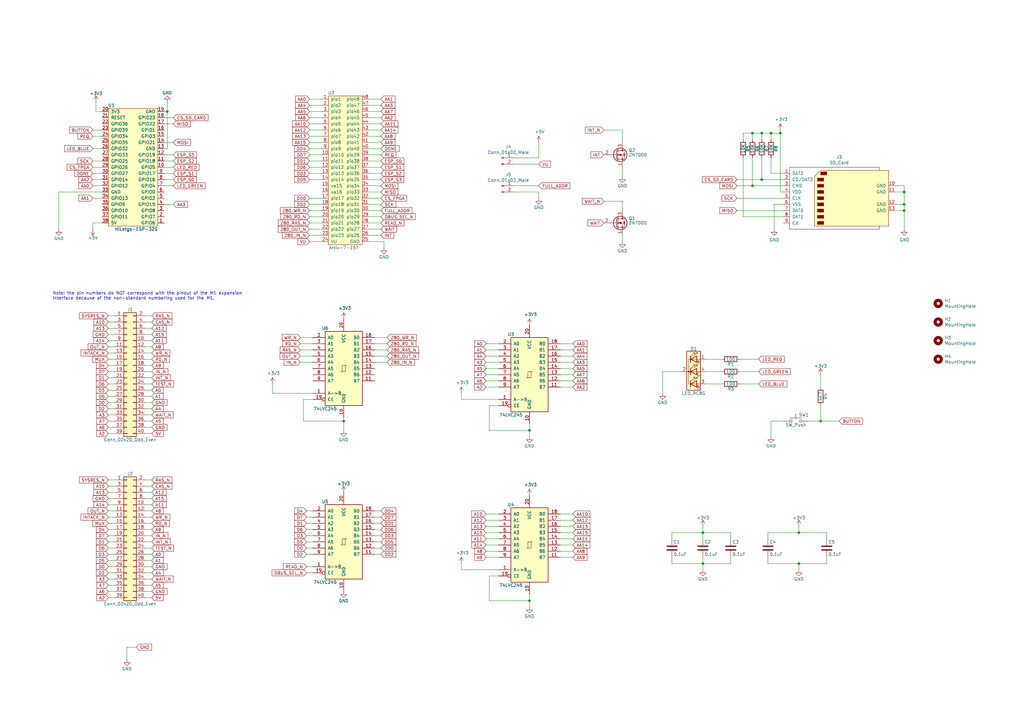
<source format=kicad_sch>
(kicad_sch (version 20211123) (generator eeschema)
  (paper "A3")
  (title_block (title "TRS-IO-XRAY M1") (date "2021-11-09") (rev "V1.2-XRAY") (comment 3 "Title: TRS-IO-XRAY for the TRS-80 Model 1") (comment 4 "Author: Arno Puder"))
  (junction (at 320.04 54.61))
  (junction (at 370.84 86.36))
  (junction (at 140.97 172.72))
  (junction (at 308.61 54.61))
  (junction (at 288.29 231.14))
  (junction (at 316.23 54.61))
  (junction (at 217.17 246.38))
  (junction (at 327.66 231.14))
  (junction (at 327.66 218.44))
  (junction (at 370.84 83.82))
  (junction (at 68.58 45.72))
  (junction (at 312.42 54.61))
  (junction (at 217.17 176.53))
  (junction (at 336.55 172.72))
  (junction (at 308.61 76.2))
  (junction (at 312.42 73.66))
  (junction (at 370.84 78.74))
  (junction (at 288.29 218.44))
  (wire (pts (xy 62.23 139.7) (xy 59.69 139.7)))
  (wire (pts (xy 41.91 91.44) (xy 38.1 91.44)))
  (wire (pts (xy 68.58 45.72) (xy 68.58 60.96)))
  (wire (pts (xy 41.91 45.72) (xy 39.37 45.72)))
  (wire (pts (xy 336.55 153.67) (xy 336.55 158.75)))
  (wire (pts (xy 127 83.82) (xy 132.08 83.82)))
  (wire (pts (xy 367.03 86.36) (xy 370.84 86.36)))
  (wire (pts (xy 68.58 60.96) (xy 67.31 60.96)))
  (wire (pts (xy 317.5 83.82) (xy 317.5 93.98)))
  (wire (pts (xy 339.09 218.44) (xy 339.09 220.98)))
  (wire (pts (xy 46.99 157.48) (xy 44.45 157.48)))
  (wire (pts (xy 62.23 172.72) (xy 59.69 172.72)))
  (wire (pts (xy 199.39 210.82) (xy 204.47 210.82)))
  (wire (pts (xy 46.99 199.39) (xy 44.45 199.39)))
  (wire (pts (xy 153.67 146.05) (xy 158.75 146.05)))
  (wire (pts (xy 127 58.42) (xy 132.08 58.42)))
  (wire (pts (xy 153.67 138.43) (xy 158.75 138.43)))
  (wire (pts (xy 151.13 88.9) (xy 156.21 88.9)))
  (wire (pts (xy 46.99 240.03) (xy 44.45 240.03)))
  (wire (pts (xy 125.73 222.25) (xy 128.27 222.25)))
  (wire (pts (xy 367.03 76.2) (xy 370.84 76.2)))
  (wire (pts (xy 336.55 166.37) (xy 336.55 172.72)))
  (wire (pts (xy 123.19 138.43) (xy 128.27 138.43)))
  (wire (pts (xy 46.99 132.08) (xy 44.45 132.08)))
  (wire (pts (xy 370.84 86.36) (xy 370.84 93.98)))
  (wire (pts (xy 153.67 143.51) (xy 158.75 143.51)))
  (wire (pts (xy 125.73 209.55) (xy 128.27 209.55)))
  (wire (pts (xy 46.99 219.71) (xy 44.45 219.71)))
  (wire (pts (xy 199.39 213.36) (xy 204.47 213.36)))
  (wire (pts (xy 71.12 50.8) (xy 67.31 50.8)))
  (wire (pts (xy 46.99 207.01) (xy 44.45 207.01)))
  (wire (pts (xy 321.31 81.28) (xy 302.26 81.28)))
  (wire (pts (xy 151.13 45.72) (xy 156.21 45.72)))
  (wire (pts (xy 229.87 218.44) (xy 234.95 218.44)))
  (wire (pts (xy 127 55.88) (xy 132.08 55.88)))
  (wire (pts (xy 46.99 134.62) (xy 44.45 134.62)))
  (wire (pts (xy 52.07 265.43) (xy 55.88 265.43)))
  (wire (pts (xy 229.87 143.51) (xy 234.95 143.51)))
  (wire (pts (xy 321.31 78.74) (xy 320.04 78.74)))
  (wire (pts (xy 127 66.04) (xy 132.08 66.04)))
  (wire (pts (xy 210.82 64.77) (xy 220.98 64.77)))
  (wire (pts (xy 62.23 201.93) (xy 59.69 201.93)))
  (wire (pts (xy 151.13 40.64) (xy 156.21 40.64)))
  (wire (pts (xy 370.84 78.74) (xy 370.84 83.82)))
  (wire (pts (xy 153.67 212.09) (xy 156.21 212.09)))
  (wire (pts (xy 229.87 228.6) (xy 234.95 228.6)))
  (wire (pts (xy 271.78 161.29) (xy 271.78 152.4)))
  (wire (pts (xy 316.23 71.12) (xy 321.31 71.12)))
  (wire (pts (xy 38.1 91.44) (xy 38.1 93.98)))
  (wire (pts (xy 38.1 76.2) (xy 41.91 76.2)))
  (wire (pts (xy 288.29 218.44) (xy 299.72 218.44)))
  (wire (pts (xy 46.99 165.1) (xy 44.45 165.1)))
  (wire (pts (xy 151.13 50.8) (xy 156.21 50.8)))
  (wire (pts (xy 38.1 53.34) (xy 41.91 53.34)))
  (wire (pts (xy 62.23 170.18) (xy 59.69 170.18)))
  (wire (pts (xy 229.87 213.36) (xy 234.95 213.36)))
  (wire (pts (xy 157.48 99.06) (xy 157.48 101.6)))
  (wire (pts (xy 314.96 220.98) (xy 314.96 218.44)))
  (wire (pts (xy 46.99 217.17) (xy 44.45 217.17)))
  (wire (pts (xy 46.99 234.95) (xy 44.45 234.95)))
  (wire (pts (xy 288.29 215.9) (xy 288.29 218.44)))
  (wire (pts (xy 62.23 134.62) (xy 59.69 134.62)))
  (wire (pts (xy 153.67 148.59) (xy 158.75 148.59)))
  (wire (pts (xy 271.78 152.4) (xy 279.4 152.4)))
  (wire (pts (xy 125.73 212.09) (xy 128.27 212.09)))
  (wire (pts (xy 303.53 147.32) (xy 311.15 147.32)))
  (wire (pts (xy 156.21 96.52) (xy 151.13 96.52)))
  (wire (pts (xy 62.23 212.09) (xy 59.69 212.09)))
  (wire (pts (xy 41.91 55.88) (xy 38.1 55.88)))
  (wire (pts (xy 62.23 219.71) (xy 59.69 219.71)))
  (wire (pts (xy 247.65 82.55) (xy 255.27 82.55)))
  (wire (pts (xy 127 99.06) (xy 132.08 99.06)))
  (wire (pts (xy 127 93.98) (xy 132.08 93.98)))
  (wire (pts (xy 62.23 144.78) (xy 59.69 144.78)))
  (wire (pts (xy 289.56 157.48) (xy 295.91 157.48)))
  (wire (pts (xy 151.13 58.42) (xy 156.21 58.42)))
  (wire (pts (xy 312.42 57.15) (xy 312.42 54.61)))
  (wire (pts (xy 217.17 246.38) (xy 200.66 246.38)))
  (wire (pts (xy 308.61 64.77) (xy 308.61 76.2)))
  (wire (pts (xy 46.99 204.47) (xy 44.45 204.47)))
  (wire (pts (xy 156.21 81.28) (xy 151.13 81.28)))
  (wire (pts (xy 62.23 227.33) (xy 59.69 227.33)))
  (wire (pts (xy 275.59 218.44) (xy 288.29 218.44)))
  (wire (pts (xy 151.13 55.88) (xy 156.21 55.88)))
  (wire (pts (xy 68.58 41.91) (xy 68.58 45.72)))
  (wire (pts (xy 308.61 54.61) (xy 312.42 54.61)))
  (wire (pts (xy 153.67 140.97) (xy 158.75 140.97)))
  (wire (pts (xy 275.59 220.98) (xy 275.59 218.44)))
  (wire (pts (xy 62.23 229.87) (xy 59.69 229.87)))
  (wire (pts (xy 123.19 143.51) (xy 128.27 143.51)))
  (wire (pts (xy 199.39 218.44) (xy 204.47 218.44)))
  (wire (pts (xy 62.23 245.11) (xy 59.69 245.11)))
  (wire (pts (xy 304.8 54.61) (xy 308.61 54.61)))
  (wire (pts (xy 46.99 224.79) (xy 44.45 224.79)))
  (wire (pts (xy 41.91 68.58) (xy 38.1 68.58)))
  (wire (pts (xy 38.1 60.96) (xy 41.91 60.96)))
  (wire (pts (xy 127 81.28) (xy 132.08 81.28)))
  (wire (pts (xy 125.73 227.33) (xy 128.27 227.33)))
  (wire (pts (xy 127 45.72) (xy 132.08 45.72)))
  (wire (pts (xy 255.27 68.58) (xy 255.27 72.39)))
  (wire (pts (xy 71.12 76.2) (xy 67.31 76.2)))
  (wire (pts (xy 52.07 270.51) (xy 52.07 265.43)))
  (wire (pts (xy 62.23 175.26) (xy 59.69 175.26)))
  (wire (pts (xy 62.23 167.64) (xy 59.69 167.64)))
  (wire (pts (xy 204.47 163.83) (xy 189.23 163.83)))
  (wire (pts (xy 229.87 153.67) (xy 234.95 153.67)))
  (wire (pts (xy 320.04 54.61) (xy 320.04 53.34)))
  (wire (pts (xy 229.87 220.98) (xy 234.95 220.98)))
  (wire (pts (xy 123.19 148.59) (xy 128.27 148.59)))
  (wire (pts (xy 275.59 231.14) (xy 288.29 231.14)))
  (wire (pts (xy 327.66 218.44) (xy 339.09 218.44)))
  (wire (pts (xy 127 71.12) (xy 132.08 71.12)))
  (wire (pts (xy 124.46 163.83) (xy 124.46 172.72)))
  (wire (pts (xy 210.82 76.2) (xy 220.98 76.2)))
  (wire (pts (xy 199.39 158.75) (xy 204.47 158.75)))
  (wire (pts (xy 288.29 233.68) (xy 288.29 231.14)))
  (wire (pts (xy 151.13 86.36) (xy 156.21 86.36)))
  (wire (pts (xy 123.19 140.97) (xy 128.27 140.97)))
  (wire (pts (xy 128.27 163.83) (xy 124.46 163.83)))
  (wire (pts (xy 46.99 212.09) (xy 44.45 212.09)))
  (wire (pts (xy 46.99 137.16) (xy 44.45 137.16)))
  (wire (pts (xy 46.99 175.26) (xy 44.45 175.26)))
  (wire (pts (xy 199.39 146.05) (xy 204.47 146.05)))
  (wire (pts (xy 289.56 152.4) (xy 295.91 152.4)))
  (wire (pts (xy 229.87 146.05) (xy 234.95 146.05)))
  (wire (pts (xy 336.55 172.72) (xy 344.17 172.72)))
  (wire (pts (xy 127 60.96) (xy 132.08 60.96)))
  (wire (pts (xy 199.39 153.67) (xy 204.47 153.67)))
  (wire (pts (xy 62.23 177.8) (xy 59.69 177.8)))
  (wire (pts (xy 62.23 237.49) (xy 59.69 237.49)))
  (wire (pts (xy 217.17 176.53) (xy 200.66 176.53)))
  (wire (pts (xy 125.73 224.79) (xy 128.27 224.79)))
  (wire (pts (xy 46.99 167.64) (xy 44.45 167.64)))
  (wire (pts (xy 46.99 147.32) (xy 44.45 147.32)))
  (wire (pts (xy 128.27 232.41) (xy 125.73 232.41)))
  (wire (pts (xy 111.76 161.29) (xy 111.76 157.48)))
  (wire (pts (xy 128.27 234.95) (xy 125.73 234.95)))
  (wire (pts (xy 153.67 214.63) (xy 156.21 214.63)))
  (wire (pts (xy 151.13 91.44) (xy 156.21 91.44)))
  (wire (pts (xy 62.23 224.79) (xy 59.69 224.79)))
  (wire (pts (xy 62.23 129.54) (xy 59.69 129.54)))
  (wire (pts (xy 62.23 209.55) (xy 59.69 209.55)))
  (wire (pts (xy 189.23 233.68) (xy 189.23 231.14)))
  (wire (pts (xy 46.99 201.93) (xy 44.45 201.93)))
  (wire (pts (xy 255.27 58.42) (xy 255.27 53.34)))
  (wire (pts (xy 151.13 99.06) (xy 157.48 99.06)))
  (wire (pts (xy 132.08 96.52) (xy 127 96.52)))
  (wire (pts (xy 46.99 245.11) (xy 44.45 245.11)))
  (wire (pts (xy 62.23 234.95) (xy 59.69 234.95)))
  (wire (pts (xy 199.39 226.06) (xy 204.47 226.06)))
  (wire (pts (xy 153.67 219.71) (xy 156.21 219.71)))
  (wire (pts (xy 41.91 78.74) (xy 24.13 78.74)))
  (wire (pts (xy 46.99 196.85) (xy 44.45 196.85)))
  (wire (pts (xy 46.99 177.8) (xy 44.45 177.8)))
  (wire (pts (xy 46.99 229.87) (xy 44.45 229.87)))
  (wire (pts (xy 316.23 54.61) (xy 320.04 54.61)))
  (wire (pts (xy 229.87 226.06) (xy 234.95 226.06)))
  (wire (pts (xy 128.27 161.29) (xy 111.76 161.29)))
  (wire (pts (xy 199.39 156.21) (xy 204.47 156.21)))
  (wire (pts (xy 39.37 45.72) (xy 39.37 41.91)))
  (wire (pts (xy 321.31 172.72) (xy 316.23 172.72)))
  (wire (pts (xy 156.21 78.74) (xy 151.13 78.74)))
  (wire (pts (xy 151.13 43.18) (xy 156.21 43.18)))
  (wire (pts (xy 288.29 218.44) (xy 288.29 220.98)))
  (wire (pts (xy 314.96 228.6) (xy 314.96 231.14)))
  (wire (pts (xy 46.99 237.49) (xy 44.45 237.49)))
  (wire (pts (xy 217.17 173.99) (xy 217.17 176.53)))
  (wire (pts (xy 367.03 83.82) (xy 370.84 83.82)))
  (wire (pts (xy 229.87 158.75) (xy 234.95 158.75)))
  (wire (pts (xy 229.87 210.82) (xy 234.95 210.82)))
  (wire (pts (xy 62.23 147.32) (xy 59.69 147.32)))
  (wire (pts (xy 67.31 73.66) (xy 71.12 73.66)))
  (wire (pts (xy 151.13 66.04) (xy 156.21 66.04)))
  (wire (pts (xy 67.31 66.04) (xy 71.12 66.04)))
  (wire (pts (xy 127 73.66) (xy 132.08 73.66)))
  (wire (pts (xy 312.42 64.77) (xy 312.42 73.66)))
  (wire (pts (xy 62.23 162.56) (xy 59.69 162.56)))
  (wire (pts (xy 125.73 214.63) (xy 128.27 214.63)))
  (wire (pts (xy 229.87 156.21) (xy 234.95 156.21)))
  (wire (pts (xy 316.23 172.72) (xy 316.23 179.07)))
  (wire (pts (xy 62.23 204.47) (xy 59.69 204.47)))
  (wire (pts (xy 127 53.34) (xy 132.08 53.34)))
  (wire (pts (xy 62.23 142.24) (xy 59.69 142.24)))
  (wire (pts (xy 217.17 176.53) (xy 217.17 179.07)))
  (wire (pts (xy 124.46 172.72) (xy 140.97 172.72)))
  (wire (pts (xy 321.31 88.9) (xy 304.8 88.9)))
  (wire (pts (xy 151.13 71.12) (xy 156.21 71.12)))
  (wire (pts (xy 229.87 151.13) (xy 234.95 151.13)))
  (wire (pts (xy 62.23 196.85) (xy 59.69 196.85)))
  (wire (pts (xy 304.8 57.15) (xy 304.8 54.61)))
  (wire (pts (xy 151.13 48.26) (xy 156.21 48.26)))
  (wire (pts (xy 299.72 218.44) (xy 299.72 220.98)))
  (wire (pts (xy 46.99 152.4) (xy 44.45 152.4)))
  (wire (pts (xy 217.17 243.84) (xy 217.17 246.38)))
  (wire (pts (xy 46.99 214.63) (xy 44.45 214.63)))
  (wire (pts (xy 199.39 228.6) (xy 204.47 228.6)))
  (wire (pts (xy 41.91 71.12) (xy 38.1 71.12)))
  (wire (pts (xy 46.99 129.54) (xy 44.45 129.54)))
  (wire (pts (xy 229.87 223.52) (xy 234.95 223.52)))
  (wire (pts (xy 71.12 48.26) (xy 67.31 48.26)))
  (wire (pts (xy 62.23 165.1) (xy 59.69 165.1)))
  (wire (pts (xy 200.66 246.38) (xy 200.66 236.22)))
  (wire (pts (xy 62.23 207.01) (xy 59.69 207.01)))
  (wire (pts (xy 229.87 148.59) (xy 234.95 148.59)))
  (wire (pts (xy 199.39 140.97) (xy 204.47 140.97)))
  (wire (pts (xy 38.1 73.66) (xy 41.91 73.66)))
  (wire (pts (xy 127 88.9) (xy 132.08 88.9)))
  (wire (pts (xy 339.09 231.14) (xy 339.09 228.6)))
  (wire (pts (xy 62.23 232.41) (xy 59.69 232.41)))
  (wire (pts (xy 151.13 63.5) (xy 156.21 63.5)))
  (wire (pts (xy 46.99 162.56) (xy 44.45 162.56)))
  (wire (pts (xy 156.21 76.2) (xy 151.13 76.2)))
  (wire (pts (xy 46.99 139.7) (xy 44.45 139.7)))
  (wire (pts (xy 303.53 157.48) (xy 311.15 157.48)))
  (wire (pts (xy 62.23 199.39) (xy 59.69 199.39)))
  (wire (pts (xy 46.99 160.02) (xy 44.45 160.02)))
  (wire (pts (xy 67.31 83.82) (xy 71.12 83.82)))
  (wire (pts (xy 46.99 242.57) (xy 44.45 242.57)))
  (wire (pts (xy 327.66 231.14) (xy 339.09 231.14)))
  (wire (pts (xy 327.66 215.9) (xy 327.66 218.44)))
  (wire (pts (xy 229.87 140.97) (xy 234.95 140.97)))
  (wire (pts (xy 151.13 68.58) (xy 156.21 68.58)))
  (wire (pts (xy 24.13 78.74) (xy 24.13 93.98)))
  (wire (pts (xy 46.99 232.41) (xy 44.45 232.41)))
  (wire (pts (xy 41.91 66.04) (xy 38.1 66.04)))
  (wire (pts (xy 370.84 76.2) (xy 370.84 78.74)))
  (wire (pts (xy 62.23 160.02) (xy 59.69 160.02)))
  (wire (pts (xy 153.67 217.17) (xy 156.21 217.17)))
  (wire (pts (xy 199.39 151.13) (xy 204.47 151.13)))
  (wire (pts (xy 46.99 149.86) (xy 44.45 149.86)))
  (wire (pts (xy 46.99 170.18) (xy 44.45 170.18)))
  (wire (pts (xy 312.42 54.61) (xy 316.23 54.61)))
  (wire (pts (xy 199.39 148.59) (xy 204.47 148.59)))
  (wire (pts (xy 153.67 227.33) (xy 156.21 227.33)))
  (wire (pts (xy 127 91.44) (xy 132.08 91.44)))
  (wire (pts (xy 156.21 83.82) (xy 151.13 83.82)))
  (wire (pts (xy 308.61 76.2) (xy 302.26 76.2)))
  (wire (pts (xy 275.59 228.6) (xy 275.59 231.14)))
  (wire (pts (xy 71.12 68.58) (xy 67.31 68.58)))
  (wire (pts (xy 367.03 78.74) (xy 370.84 78.74)))
  (wire (pts (xy 304.8 88.9) (xy 304.8 64.77)))
  (wire (pts (xy 62.23 152.4) (xy 59.69 152.4)))
  (wire (pts (xy 151.13 53.34) (xy 156.21 53.34)))
  (wire (pts (xy 62.23 149.86) (xy 59.69 149.86)))
  (wire (pts (xy 127 68.58) (xy 132.08 68.58)))
  (wire (pts (xy 288.29 231.14) (xy 299.72 231.14)))
  (wire (pts (xy 127 50.8) (xy 132.08 50.8)))
  (wire (pts (xy 189.23 163.83) (xy 189.23 161.29)))
  (wire (pts (xy 255.27 82.55) (xy 255.27 86.36)))
  (wire (pts (xy 123.19 146.05) (xy 128.27 146.05)))
  (wire (pts (xy 321.31 73.66) (xy 312.42 73.66)))
  (wire (pts (xy 153.67 222.25) (xy 156.21 222.25)))
  (wire (pts (xy 255.27 96.52) (xy 255.27 99.06)))
  (wire (pts (xy 62.23 240.03) (xy 59.69 240.03)))
  (wire (pts (xy 217.17 246.38) (xy 217.17 248.92)))
  (wire (pts (xy 67.31 45.72) (xy 68.58 45.72)))
  (wire (pts (xy 127 63.5) (xy 132.08 63.5)))
  (wire (pts (xy 62.23 222.25) (xy 59.69 222.25)))
  (wire (pts (xy 62.23 214.63) (xy 59.69 214.63)))
  (wire (pts (xy 71.12 58.42) (xy 67.31 58.42)))
  (wire (pts (xy 199.39 143.51) (xy 204.47 143.51)))
  (wire (pts (xy 62.23 242.57) (xy 59.69 242.57)))
  (wire (pts (xy 62.23 137.16) (xy 59.69 137.16)))
  (wire (pts (xy 200.66 166.37) (xy 204.47 166.37)))
  (wire (pts (xy 308.61 57.15) (xy 308.61 54.61)))
  (wire (pts (xy 327.66 233.68) (xy 327.66 231.14)))
  (wire (pts (xy 67.31 63.5) (xy 71.12 63.5)))
  (wire (pts (xy 127 48.26) (xy 132.08 48.26)))
  (wire (pts (xy 199.39 215.9) (xy 204.47 215.9)))
  (wire (pts (xy 127 86.36) (xy 132.08 86.36)))
  (wire (pts (xy 321.31 86.36) (xy 302.26 86.36)))
  (wire (pts (xy 210.82 67.31) (xy 220.98 67.31)))
  (wire (pts (xy 200.66 236.22) (xy 204.47 236.22)))
  (wire (pts (xy 320.04 78.74) (xy 320.04 54.61)))
  (wire (pts (xy 321.31 76.2) (xy 308.61 76.2)))
  (wire (pts (xy 46.99 154.94) (xy 44.45 154.94)))
  (wire (pts (xy 316.23 57.15) (xy 316.23 54.61)))
  (wire (pts (xy 370.84 83.82) (xy 370.84 86.36)))
  (wire (pts (xy 46.99 227.33) (xy 44.45 227.33)))
  (wire (pts (xy 127 40.64) (xy 132.08 40.64)))
  (wire (pts (xy 199.39 220.98) (xy 204.47 220.98)))
  (wire (pts (xy 67.31 71.12) (xy 71.12 71.12)))
  (wire (pts (xy 140.97 172.72) (xy 140.97 176.53)))
  (wire (pts (xy 46.99 144.78) (xy 44.45 144.78)))
  (wire (pts (xy 199.39 223.52) (xy 204.47 223.52)))
  (wire (pts (xy 153.67 209.55) (xy 156.21 209.55)))
  (wire (pts (xy 299.72 231.14) (xy 299.72 228.6)))
  (wire (pts (xy 46.99 172.72) (xy 44.45 172.72)))
  (wire (pts (xy 336.55 172.72) (xy 331.47 172.72)))
  (wire (pts (xy 140.97 171.45) (xy 140.97 172.72)))
  (wire (pts (xy 62.23 132.08) (xy 59.69 132.08)))
  (wire (pts (xy 151.13 93.98) (xy 156.21 93.98)))
  (wire (pts (xy 255.27 53.34) (xy 247.65 53.34)))
  (wire (pts (xy 314.96 231.14) (xy 327.66 231.14)))
  (wire (pts (xy 46.99 209.55) (xy 44.45 209.55)))
  (wire (pts (xy 204.47 233.68) (xy 189.23 233.68)))
  (wire (pts (xy 62.23 157.48) (xy 59.69 157.48)))
  (wire (pts (xy 220.98 78.74) (xy 220.98 81.28)))
  (wire (pts (xy 125.73 217.17) (xy 128.27 217.17)))
  (wire (pts (xy 127 43.18) (xy 132.08 43.18)))
  (wire (pts (xy 314.96 218.44) (xy 327.66 218.44)))
  (wire (pts (xy 289.56 147.32) (xy 295.91 147.32)))
  (wire (pts (xy 62.23 154.94) (xy 59.69 154.94)))
  (wire (pts (xy 62.23 217.17) (xy 59.69 217.17)))
  (wire (pts (xy 288.29 231.14) (xy 288.29 228.6)))
  (wire (pts (xy 220.98 64.77) (xy 220.98 58.42)))
  (wire (pts (xy 321.31 83.82) (xy 317.5 83.82)))
  (wire (pts (xy 210.82 78.74) (xy 220.98 78.74)))
  (wire (pts (xy 125.73 219.71) (xy 128.27 219.71)))
  (wire (pts (xy 153.67 224.79) (xy 156.21 224.79)))
  (wire (pts (xy 229.87 215.9) (xy 234.95 215.9)))
  (wire (pts (xy 46.99 142.24) (xy 44.45 142.24)))
  (wire (pts (xy 316.23 64.77) (xy 316.23 71.12)))
  (wire (pts (xy 151.13 60.96) (xy 156.21 60.96)))
  (wire (pts (xy 312.42 73.66) (xy 302.26 73.66)))
  (wire (pts (xy 303.53 152.4) (xy 311.15 152.4)))
  (wire (pts (xy 46.99 222.25) (xy 44.45 222.25)))
  (wire (pts (xy 200.66 176.53) (xy 200.66 166.37)))
  (wire (pts (xy 151.13 73.66) (xy 156.21 73.66)))
  (wire (pts (xy 38.1 81.28) (xy 41.91 81.28)))
  (text "Note: the pin numbers do NOT correspond with the pinout of the M1 expansion\ninterface because of the non-standard numbering used for the M1." (at 21.59 123.19 0) (effects (font (size 1.27 1.27)) (justify left bottom)))
  (global_label "Z80_WR_N" (shape input) (at 127 86.36 180) (property "Intersheet References" "${INTERSHEET_REFS}" (effects hide)))
  (global_label "WAIT_N" (shape input) (at 247.65 82.55 180) (property "Intersheet References" "${INTERSHEET_REFS}" (effects hide)))
  (global_label "D3" (shape input) (at 44.45 160.02 180) (property "Intersheet References" "${INTERSHEET_REFS}" (effects hide)))
  (global_label "AA0" (shape input) (at 38.1 76.2 180) (property "Intersheet References" "${INTERSHEET_REFS}" (effects hide)))
  (global_label "A7" (shape input) (at 199.39 153.67 180) (property "Intersheet References" "${INTERSHEET_REFS}" (effects hide)))
  (global_label "A0" (shape input) (at 62.23 160.02 0) (property "Intersheet References" "${INTERSHEET_REFS}" (effects hide)))
  (global_label "DBUS_SEL_N" (shape input) (at 125.73 234.95 180) (property "Intersheet References" "${INTERSHEET_REFS}" (effects hide)))
  (global_label "DD7" (shape input) (at 156.21 212.09 0) (property "Intersheet References" "${INTERSHEET_REFS}" (effects hide)))
  (global_label "AA0" (shape input) (at 127 40.64 180) (property "Intersheet References" "${INTERSHEET_REFS}" (effects hide)))
  (global_label "A13" (shape input) (at 44.45 201.93 180) (property "Intersheet References" "${INTERSHEET_REFS}" (effects hide)))
  (global_label "A5" (shape input) (at 62.23 240.03 0) (property "Intersheet References" "${INTERSHEET_REFS}" (effects hide)))
  (global_label "ESP_S1" (shape input) (at 71.12 71.12 0) (property "Intersheet References" "${INTERSHEET_REFS}" (effects hide)))
  (global_label "AA1" (shape input) (at 234.95 143.51 0) (property "Intersheet References" "${INTERSHEET_REFS}" (effects hide)))
  (global_label "AA2" (shape input) (at 38.1 73.66 180) (property "Intersheet References" "${INTERSHEET_REFS}" (effects hide)))
  (global_label "FULL_ADDR" (shape input) (at 156.21 86.36 0) (property "Intersheet References" "${INTERSHEET_REFS}" (effects hide)))
  (global_label "LED_BLUE" (shape input) (at 311.15 157.48 0) (property "Intersheet References" "${INTERSHEET_REFS}" (effects hide)))
  (global_label "Z80_RD_N" (shape input) (at 127 88.9 180) (property "Intersheet References" "${INTERSHEET_REFS}" (effects hide)))
  (global_label "AA4" (shape input) (at 234.95 146.05 0) (property "Intersheet References" "${INTERSHEET_REFS}" (effects hide)))
  (global_label "AA7" (shape input) (at 234.95 153.67 0) (property "Intersheet References" "${INTERSHEET_REFS}" (effects hide)))
  (global_label "A9" (shape input) (at 62.23 217.17 0) (property "Intersheet References" "${INTERSHEET_REFS}" (effects hide)))
  (global_label "A13" (shape input) (at 44.45 134.62 180) (property "Intersheet References" "${INTERSHEET_REFS}" (effects hide)))
  (global_label "AA14" (shape input) (at 234.95 223.52 0) (property "Intersheet References" "${INTERSHEET_REFS}" (effects hide)))
  (global_label "Z80_IN_N" (shape input) (at 127 96.52 180) (property "Intersheet References" "${INTERSHEET_REFS}" (effects hide)))
  (global_label "VU" (shape input) (at 127 99.06 180) (property "Intersheet References" "${INTERSHEET_REFS}" (effects hide)))
  (global_label "READ_N" (shape input) (at 156.21 91.44 0) (property "Intersheet References" "${INTERSHEET_REFS}" (effects hide)))
  (global_label "IN_N" (shape input) (at 123.19 148.59 180) (property "Intersheet References" "${INTERSHEET_REFS}" (effects hide)))
  (global_label "GND" (shape input) (at 62.23 175.26 0) (property "Intersheet References" "${INTERSHEET_REFS}" (effects hide)))
  (global_label "Z80_RD_N" (shape input) (at 158.75 140.97 0) (property "Intersheet References" "${INTERSHEET_REFS}" (effects hide)))
  (global_label "AA9" (shape input) (at 156.21 58.42 0) (property "Intersheet References" "${INTERSHEET_REFS}" (effects hide)))
  (global_label "D2" (shape input) (at 44.45 167.64 180) (property "Intersheet References" "${INTERSHEET_REFS}" (effects hide)))
  (global_label "D6" (shape input) (at 125.73 217.17 180) (property "Intersheet References" "${INTERSHEET_REFS}" (effects hide)))
  (global_label "D2" (shape input) (at 125.73 227.33 180) (property "Intersheet References" "${INTERSHEET_REFS}" (effects hide)))
  (global_label "A5" (shape input) (at 62.23 172.72 0) (property "Intersheet References" "${INTERSHEET_REFS}" (effects hide)))
  (global_label "DD0" (shape input) (at 127 81.28 180) (property "Intersheet References" "${INTERSHEET_REFS}" (effects hide)))
  (global_label "Z80_WR_N" (shape input) (at 158.75 138.43 0) (property "Intersheet References" "${INTERSHEET_REFS}" (effects hide)))
  (global_label "DD7" (shape input) (at 127 63.5 180) (property "Intersheet References" "${INTERSHEET_REFS}" (effects hide)))
  (global_label "A5" (shape input) (at 199.39 151.13 180) (property "Intersheet References" "${INTERSHEET_REFS}" (effects hide)))
  (global_label "AA15" (shape input) (at 127 58.42 180) (property "Intersheet References" "${INTERSHEET_REFS}" (effects hide)))
  (global_label "D4" (shape input) (at 44.45 149.86 180) (property "Intersheet References" "${INTERSHEET_REFS}" (effects hide)))
  (global_label "MOSI" (shape input) (at 302.26 76.2 180) (property "Intersheet References" "${INTERSHEET_REFS}" (effects hide)))
  (global_label "GND" (shape input) (at 62.23 232.41 0) (property "Intersheet References" "${INTERSHEET_REFS}" (effects hide)))
  (global_label "TEST_N" (shape input) (at 62.23 157.48 0) (property "Intersheet References" "${INTERSHEET_REFS}" (effects hide)))
  (global_label "DD1" (shape input) (at 127 66.04 180) (property "Intersheet References" "${INTERSHEET_REFS}" (effects hide)))
  (global_label "WAIT" (shape input) (at 156.21 93.98 0) (property "Intersheet References" "${INTERSHEET_REFS}" (effects hide)))
  (global_label "A9" (shape input) (at 199.39 228.6 180) (property "Intersheet References" "${INTERSHEET_REFS}" (effects hide)))
  (global_label "Z80_IN_N" (shape input) (at 158.75 148.59 0) (property "Intersheet References" "${INTERSHEET_REFS}" (effects hide)))
  (global_label "D1" (shape input) (at 44.45 154.94 180) (property "Intersheet References" "${INTERSHEET_REFS}" (effects hide)))
  (global_label "TEST_N" (shape input) (at 62.23 224.79 0) (property "Intersheet References" "${INTERSHEET_REFS}" (effects hide)))
  (global_label "A10" (shape input) (at 44.45 132.08 180) (property "Intersheet References" "${INTERSHEET_REFS}" (effects hide)))
  (global_label "AA6" (shape input) (at 234.95 156.21 0) (property "Intersheet References" "${INTERSHEET_REFS}" (effects hide)))
  (global_label "MUX" (shape input) (at 44.45 147.32 180) (property "Intersheet References" "${INTERSHEET_REFS}" (effects hide)))
  (global_label "A7" (shape input) (at 44.45 240.03 180) (property "Intersheet References" "${INTERSHEET_REFS}" (effects hide)))
  (global_label "AA5" (shape input) (at 127 45.72 180) (property "Intersheet References" "${INTERSHEET_REFS}" (effects hide)))
  (global_label "AA5" (shape input) (at 234.95 151.13 0) (property "Intersheet References" "${INTERSHEET_REFS}" (effects hide)))
  (global_label "D3" (shape input) (at 44.45 227.33 180) (property "Intersheet References" "${INTERSHEET_REFS}" (effects hide)))
  (global_label "AA6" (shape input) (at 127 48.26 180) (property "Intersheet References" "${INTERSHEET_REFS}" (effects hide)))
  (global_label "A12" (shape input) (at 199.39 213.36 180) (property "Intersheet References" "${INTERSHEET_REFS}" (effects hide)))
  (global_label "INTACK_N" (shape input) (at 44.45 144.78 180) (property "Intersheet References" "${INTERSHEET_REFS}" (effects hide)))
  (global_label "AA1" (shape input) (at 156.21 40.64 0) (property "Intersheet References" "${INTERSHEET_REFS}" (effects hide)))
  (global_label "SCK" (shape input) (at 302.26 81.28 180) (property "Intersheet References" "${INTERSHEET_REFS}" (effects hide)))
  (global_label "A14" (shape input) (at 199.39 223.52 180) (property "Intersheet References" "${INTERSHEET_REFS}" (effects hide)))
  (global_label "D6" (shape input) (at 44.45 157.48 180) (property "Intersheet References" "${INTERSHEET_REFS}" (effects hide)))
  (global_label "AA14" (shape input) (at 156.21 53.34 0) (property "Intersheet References" "${INTERSHEET_REFS}" (effects hide)))
  (global_label "DD2" (shape input) (at 156.21 227.33 0) (property "Intersheet References" "${INTERSHEET_REFS}" (effects hide)))
  (global_label "OUT_N" (shape input) (at 123.19 146.05 180) (property "Intersheet References" "${INTERSHEET_REFS}" (effects hide)))
  (global_label "LED_BLUE" (shape input) (at 38.1 60.96 180) (property "Intersheet References" "${INTERSHEET_REFS}" (effects hide)))
  (global_label "ESP_S2" (shape input) (at 71.12 66.04 0) (property "Intersheet References" "${INTERSHEET_REFS}" (effects hide)))
  (global_label "LED_GREEN" (shape input) (at 71.12 76.2 0) (property "Intersheet References" "${INTERSHEET_REFS}" (effects hide)))
  (global_label "DD5" (shape input) (at 127 73.66 180) (property "Intersheet References" "${INTERSHEET_REFS}" (effects hide)))
  (global_label "RAS_N" (shape input) (at 123.19 143.51 180) (property "Intersheet References" "${INTERSHEET_REFS}" (effects hide)))
  (global_label "SCK" (shape input) (at 156.21 83.82 0) (property "Intersheet References" "${INTERSHEET_REFS}" (effects hide)))
  (global_label "CS_FPGA" (shape input) (at 38.1 68.58 180) (property "Intersheet References" "${INTERSHEET_REFS}" (effects hide)))
  (global_label "AA11" (shape input) (at 234.95 220.98 0) (property "Intersheet References" "${INTERSHEET_REFS}" (effects hide)))
  (global_label "RD_N" (shape input) (at 123.19 140.97 180) (property "Intersheet References" "${INTERSHEET_REFS}" (effects hide)))
  (global_label "A1" (shape input) (at 62.23 162.56 0) (property "Intersheet References" "${INTERSHEET_REFS}" (effects hide)))
  (global_label "A7" (shape input) (at 44.45 172.72 180) (property "Intersheet References" "${INTERSHEET_REFS}" (effects hide)))
  (global_label "5V" (shape input) (at 62.23 177.8 0) (property "Intersheet References" "${INTERSHEET_REFS}" (effects hide)))
  (global_label "MUX" (shape input) (at 44.45 214.63 180) (property "Intersheet References" "${INTERSHEET_REFS}" (effects hide)))
  (global_label "A2" (shape input) (at 44.45 177.8 180) (property "Intersheet References" "${INTERSHEET_REFS}" (effects hide)))
  (global_label "INT_N" (shape input) (at 247.65 53.34 180) (property "Intersheet References" "${INTERSHEET_REFS}" (effects hide)))
  (global_label "RD_N" (shape input) (at 62.23 147.32 0) (property "Intersheet References" "${INTERSHEET_REFS}" (effects hide)))
  (global_label "A2" (shape input) (at 199.39 158.75 180) (property "Intersheet References" "${INTERSHEET_REFS}" (effects hide)))
  (global_label "D0" (shape input) (at 44.45 165.1 180) (property "Intersheet References" "${INTERSHEET_REFS}" (effects hide)))
  (global_label "A0" (shape input) (at 62.23 227.33 0) (property "Intersheet References" "${INTERSHEET_REFS}" (effects hide)))
  (global_label "CS_SD_CARD" (shape input) (at 302.26 73.66 180) (property "Intersheet References" "${INTERSHEET_REFS}" (effects hide)))
  (global_label "IN_N" (shape input) (at 62.23 219.71 0) (property "Intersheet References" "${INTERSHEET_REFS}" (effects hide)))
  (global_label "MISO" (shape input) (at 71.12 50.8 0) (property "Intersheet References" "${INTERSHEET_REFS}" (effects hide)))
  (global_label "D7" (shape input) (at 44.45 219.71 180) (property "Intersheet References" "${INTERSHEET_REFS}" (effects hide)))
  (global_label "LED_RED" (shape input) (at 311.15 147.32 0) (property "Intersheet References" "${INTERSHEET_REFS}" (effects hide)))
  (global_label "DD2" (shape input) (at 127 83.82 180) (property "Intersheet References" "${INTERSHEET_REFS}" (effects hide)))
  (global_label "A4" (shape input) (at 199.39 146.05 180) (property "Intersheet References" "${INTERSHEET_REFS}" (effects hide)))
  (global_label "ESP_S0" (shape input) (at 156.21 66.04 0) (property "Intersheet References" "${INTERSHEET_REFS}" (effects hide)))
  (global_label "WAIT_N" (shape input) (at 62.23 170.18 0) (property "Intersheet References" "${INTERSHEET_REFS}" (effects hide)))
  (global_label "LED_GREEN" (shape input) (at 311.15 152.4 0) (property "Intersheet References" "${INTERSHEET_REFS}" (effects hide)))
  (global_label "AA8" (shape input) (at 234.95 226.06 0) (property "Intersheet References" "${INTERSHEET_REFS}" (effects hide)))
  (global_label "D2" (shape input) (at 44.45 234.95 180) (property "Intersheet References" "${INTERSHEET_REFS}" (effects hide)))
  (global_label "D1" (shape input) (at 44.45 222.25 180) (property "Intersheet References" "${INTERSHEET_REFS}" (effects hide)))
  (global_label "Z80_RAS_N" (shape input) (at 127 91.44 180) (property "Intersheet References" "${INTERSHEET_REFS}" (effects hide)))
  (global_label "D1" (shape input) (at 125.73 214.63 180) (property "Intersheet References" "${INTERSHEET_REFS}" (effects hide)))
  (global_label "FULL_ADDR" (shape input) (at 220.98 76.2 0) (property "Intersheet References" "${INTERSHEET_REFS}" (effects hide)))
  (global_label "MISO" (shape input) (at 156.21 78.74 0) (property "Intersheet References" "${INTERSHEET_REFS}" (effects hide)))
  (global_label "A1" (shape input) (at 62.23 229.87 0) (property "Intersheet References" "${INTERSHEET_REFS}" (effects hide)))
  (global_label "A8" (shape input) (at 62.23 209.55 0) (property "Intersheet References" "${INTERSHEET_REFS}" (effects hide)))
  (global_label "BUTTON" (shape input) (at 38.1 53.34 180) (property "Intersheet References" "${INTERSHEET_REFS}" (effects hide)))
  (global_label "RD_N" (shape input) (at 62.23 214.63 0) (property "Intersheet References" "${INTERSHEET_REFS}" (effects hide)))
  (global_label "A14" (shape input) (at 44.45 139.7 180) (property "Intersheet References" "${INTERSHEET_REFS}" (effects hide)))
  (global_label "CAS_N" (shape input) (at 62.23 199.39 0) (property "Intersheet References" "${INTERSHEET_REFS}" (effects hide)))
  (global_label "A10" (shape input) (at 44.45 199.39 180) (property "Intersheet References" "${INTERSHEET_REFS}" (effects hide)))
  (global_label "WAIT_N" (shape input) (at 62.23 237.49 0) (property "Intersheet References" "${INTERSHEET_REFS}" (effects hide)))
  (global_label "A8" (shape input) (at 62.23 142.24 0) (property "Intersheet References" "${INTERSHEET_REFS}" (effects hide)))
  (global_label "D0" (shape input) (at 44.45 232.41 180) (property "Intersheet References" "${INTERSHEET_REFS}" (effects hide)))
  (global_label "RAS_N" (shape input) (at 62.23 129.54 0) (property "Intersheet References" "${INTERSHEET_REFS}" (effects hide)))
  (global_label "5V" (shape input) (at 62.23 245.11 0) (property "Intersheet References" "${INTERSHEET_REFS}" (effects hide)))
  (global_label "A15" (shape input) (at 62.23 204.47 0) (property "Intersheet References" "${INTERSHEET_REFS}" (effects hide)))
  (global_label "A4" (shape input) (at 62.23 167.64 0) (property "Intersheet References" "${INTERSHEET_REFS}" (effects hide)))
  (global_label "ESP_S3" (shape input) (at 156.21 73.66 0) (property "Intersheet References" "${INTERSHEET_REFS}" (effects hide)))
  (global_label "DD4" (shape input) (at 156.21 209.55 0) (property "Intersheet References" "${INTERSHEET_REFS}" (effects hide)))
  (global_label "D5" (shape input) (at 44.45 229.87 180) (property "Intersheet References" "${INTERSHEET_REFS}" (effects hide)))
  (global_label "GND" (shape input) (at 62.23 242.57 0) (property "Intersheet References" "${INTERSHEET_REFS}" (effects hide)))
  (global_label "AA11" (shape input) (at 156.21 50.8 0) (property "Intersheet References" "${INTERSHEET_REFS}" (effects hide)))
  (global_label "INTACK_N" (shape input) (at 44.45 212.09 180) (property "Intersheet References" "${INTERSHEET_REFS}" (effects hide)))
  (global_label "AA0" (shape input) (at 234.95 140.97 0) (property "Intersheet References" "${INTERSHEET_REFS}" (effects hide)))
  (global_label "INT_N" (shape input) (at 62.23 222.25 0) (property "Intersheet References" "${INTERSHEET_REFS}" (effects hide)))
  (global_label "AA13" (shape input) (at 127 55.88 180) (property "Intersheet References" "${INTERSHEET_REFS}" (effects hide)))
  (global_label "WR_N" (shape input) (at 62.23 144.78 0) (property "Intersheet References" "${INTERSHEET_REFS}" (effects hide)))
  (global_label "AA10" (shape input) (at 234.95 210.82 0) (property "Intersheet References" "${INTERSHEET_REFS}" (effects hide)))
  (global_label "OUT_N" (shape input) (at 44.45 142.24 180) (property "Intersheet References" "${INTERSHEET_REFS}" (effects hide)))
  (global_label "AA3" (shape input) (at 156.21 43.18 0) (property "Intersheet References" "${INTERSHEET_REFS}" (effects hide)))
  (global_label "REQ" (shape input) (at 38.1 55.88 180) (property "Intersheet References" "${INTERSHEET_REFS}" (effects hide)))
  (global_label "MOSI" (shape input) (at 156.21 76.2 0) (property "Intersheet References" "${INTERSHEET_REFS}" (effects hide)))
  (global_label "A0" (shape input) (at 199.39 140.97 180) (property "Intersheet References" "${INTERSHEET_REFS}" (effects hide)))
  (global_label "D5" (shape input) (at 125.73 222.25 180) (property "Intersheet References" "${INTERSHEET_REFS}" (effects hide)))
  (global_label "WR_N" (shape input) (at 123.19 138.43 180) (property "Intersheet References" "${INTERSHEET_REFS}" (effects hide)))
  (global_label "A3" (shape input) (at 44.45 237.49 180) (property "Intersheet References" "${INTERSHEET_REFS}" (effects hide)))
  (global_label "D6" (shape input) (at 44.45 224.79 180) (property "Intersheet References" "${INTERSHEET_REFS}" (effects hide)))
  (global_label "READ_N" (shape input) (at 125.73 232.41 180) (property "Intersheet References" "${INTERSHEET_REFS}" (effects hide)))
  (global_label "A12" (shape input) (at 62.23 134.62 0) (property "Intersheet References" "${INTERSHEET_REFS}" (effects hide)))
  (global_label "A1" (shape input) (at 199.39 143.51 180) (property "Intersheet References" "${INTERSHEET_REFS}" (effects hide)))
  (global_label "A12" (shape input) (at 62.23 201.93 0) (property "Intersheet References" "${INTERSHEET_REFS}" (effects hide)))
  (global_label "A10" (shape input) (at 199.39 210.82 180) (property "Intersheet References" "${INTERSHEET_REFS}" (effects hide)))
  (global_label "A8" (shape input) (at 199.39 226.06 180) (property "Intersheet References" "${INTERSHEET_REFS}" (effects hide)))
  (global_label "A14" (shape input) (at 44.45 207.01 180) (property "Intersheet References" "${INTERSHEET_REFS}" (effects hide)))
  (global_label "A6" (shape input) (at 44.45 175.26 180) (property "Intersheet References" "${INTERSHEET_REFS}" (effects hide)))
  (global_label "DD5" (shape input) (at 156.21 222.25 0) (property "Intersheet References" "${INTERSHEET_REFS}" (effects hide)))
  (global_label "CS_SD_CARD" (shape input) (at 71.12 48.26 0) (property "Intersheet References" "${INTERSHEET_REFS}" (effects hide)))
  (global_label "D5" (shape input) (at 44.45 162.56 180) (property "Intersheet References" "${INTERSHEET_REFS}" (effects hide)))
  (global_label "A11" (shape input) (at 62.23 139.7 0) (property "Intersheet References" "${INTERSHEET_REFS}" (effects hide)))
  (global_label "AA2" (shape input) (at 234.95 158.75 0) (property "Intersheet References" "${INTERSHEET_REFS}" (effects hide)))
  (global_label "DD1" (shape input) (at 156.21 214.63 0) (property "Intersheet References" "${INTERSHEET_REFS}" (effects hide)))
  (global_label "SCK" (shape input) (at 38.1 66.04 180) (property "Intersheet References" "${INTERSHEET_REFS}" (effects hide)))
  (global_label "REQ" (shape input) (at 156.21 63.5 0) (property "Intersheet References" "${INTERSHEET_REFS}" (effects hide)))
  (global_label "A6" (shape input) (at 199.39 156.21 180) (property "Intersheet References" "${INTERSHEET_REFS}" (effects hide)))
  (global_label "A9" (shape input) (at 62.23 149.86 0) (property "Intersheet References" "${INTERSHEET_REFS}" (effects hide)))
  (global_label "Z80_RAS_N" (shape input) (at 158.75 143.51 0) (property "Intersheet References" "${INTERSHEET_REFS}" (effects hide)))
  (global_label "MOSI" (shape input) (at 71.12 58.42 0) (property "Intersheet References" "${INTERSHEET_REFS}" (effects hide)))
  (global_label "WR_N" (shape input) (at 62.23 212.09 0) (property "Intersheet References" "${INTERSHEET_REFS}" (effects hide)))
  (global_label "AA1" (shape input) (at 38.1 81.28 180) (property "Intersheet References" "${INTERSHEET_REFS}" (effects hide)))
  (global_label "D4" (shape input) (at 125.73 209.55 180) (property "Intersheet References" "${INTERSHEET_REFS}" (effects hide)))
  (global_label "GND" (shape input) (at 55.88 265.43 0) (property "Intersheet References" "${INTERSHEET_REFS}" (effects hide)))
  (global_label "A2" (shape input) (at 44.45 245.11 180) (property "Intersheet References" "${INTERSHEET_REFS}" (effects hide)))
  (global_label "INT_N" (shape input) (at 62.23 154.94 0) (property "Intersheet References" "${INTERSHEET_REFS}" (effects hide)))
  (global_label "ESP_S1" (shape input) (at 156.21 68.58 0) (property "Intersheet References" "${INTERSHEET_REFS}" (effects hide)))
  (global_label "A3" (shape input) (at 44.45 170.18 180) (property "Intersheet References" "${INTERSHEET_REFS}" (effects hide)))
  (global_label "GND" (shape input) (at 62.23 165.1 0) (property "Intersheet References" "${INTERSHEET_REFS}" (effects hide)))
  (global_label "DD4" (shape input) (at 127 60.96 180) (property "Intersheet References" "${INTERSHEET_REFS}" (effects hide)))
  (global_label "AA12" (shape input) (at 127 53.34 180) (property "Intersheet References" "${INTERSHEET_REFS}" (effects hide)))
  (global_label "DBUS_SEL_N" (shape input) (at 156.21 88.9 0) (property "Intersheet References" "${INTERSHEET_REFS}" (effects hide)))
  (global_label "A13" (shape input) (at 199.39 215.9 180) (property "Intersheet References" "${INTERSHEET_REFS}" (effects hide)))
  (global_label "AA13" (shape input) (at 234.95 215.9 0) (property "Intersheet References" "${INTERSHEET_REFS}" (effects hide)))
  (global_label "AA10" (shape input) (at 127 50.8 180) (property "Intersheet References" "${INTERSHEET_REFS}" (effects hide)))
  (global_label "INT" (shape input) (at 247.65 63.5 180) (property "Intersheet References" "${INTERSHEET_REFS}" (effects hide)))
  (global_label "AA7" (shape input) (at 156.21 45.72 0) (property "Intersheet References" "${INTERSHEET_REFS}" (effects hide)))
  (global_label "CAS_N" (shape input) (at 62.23 132.08 0) (property "Intersheet References" "${INTERSHEET_REFS}" (effects hide)))
  (global_label "BUTTON" (shape input) (at 344.17 172.72 0) (property "Intersheet References" "${INTERSHEET_REFS}" (effects hide)))
  (global_label "SYSRES_N" (shape input) (at 44.45 129.54 180) (property "Intersheet References" "${INTERSHEET_REFS}" (effects hide)))
  (global_label "A6" (shape input) (at 44.45 242.57 180) (property "Intersheet References" "${INTERSHEET_REFS}" (effects hide)))
  (global_label "D7" (shape input) (at 44.45 152.4 180) (property "Intersheet References" "${INTERSHEET_REFS}" (effects hide)))
  (global_label "ESP_S3" (shape input) (at 71.12 63.5 0) (property "Intersheet References" "${INTERSHEET_REFS}" (effects hide)))
  (global_label "A11" (shape input) (at 62.23 207.01 0) (property "Intersheet References" "${INTERSHEET_REFS}" (effects hide)))
  (global_label "D7" (shape input) (at 125.73 212.09 180) (property "Intersheet References" "${INTERSHEET_REFS}" (effects hide)))
  (global_label "AA9" (shape input) (at 234.95 228.6 0) (property "Intersheet References" "${INTERSHEET_REFS}" (effects hide)))
  (global_label "IN_N" (shape input) (at 62.23 152.4 0) (property "Intersheet References" "${INTERSHEET_REFS}" (effects hide)))
  (global_label "AA8" (shape input) (at 156.21 55.88 0) (property "Intersheet References" "${INTERSHEET_REFS}" (effects hide)))
  (global_label "DONE" (shape input) (at 38.1 71.12 180) (property "Intersheet References" "${INTERSHEET_REFS}" (effects hide)))
  (global_label "A3" (shape input) (at 199.39 148.59 180) (property "Intersheet References" "${INTERSHEET_REFS}" (effects hide)))
  (global_label "DD3" (shape input) (at 127 71.12 180) (property "Intersheet References" "${INTERSHEET_REFS}" (effects hide)))
  (global_label "ESP_S2" (shape input) (at 156.21 71.12 0) (property "Intersheet References" "${INTERSHEET_REFS}" (effects hide)))
  (global_label "AA3" (shape input) (at 234.95 148.59 0) (property "Intersheet References" "${INTERSHEET_REFS}" (effects hide)))
  (global_label "OUT_N" (shape input) (at 44.45 209.55 180) (property "Intersheet References" "${INTERSHEET_REFS}" (effects hide)))
  (global_label "DD6" (shape input) (at 156.21 217.17 0) (property "Intersheet References" "${INTERSHEET_REFS}" (effects hide)))
  (global_label "AA4" (shape input) (at 127 43.18 180) (property "Intersheet References" "${INTERSHEET_REFS}" (effects hide)))
  (global_label "VU" (shape input) (at 220.98 67.31 0) (property "Intersheet References" "${INTERSHEET_REFS}" (effects hide)))
  (global_label "A4" (shape input) (at 62.23 234.95 0) (property "Intersheet References" "${INTERSHEET_REFS}" (effects hide)))
  (global_label "D0" (shape input) (at 125.73 224.79 180) (property "Intersheet References" "${INTERSHEET_REFS}" (effects hide)))
  (global_label "DD0" (shape input) (at 156.21 224.79 0) (property "Intersheet References" "${INTERSHEET_REFS}" (effects hide)))
  (global_label "AA3" (shape input) (at 71.12 83.82 0) (property "Intersheet References" "${INTERSHEET_REFS}" (effects hide)))
  (global_label "GND" (shape input) (at 44.45 137.16 180) (property "Intersheet References" "${INTERSHEET_REFS}" (effects hide)))
  (global_label "LED_RED" (shape input) (at 71.12 68.58 0) (property "Intersheet References" "${INTERSHEET_REFS}" (effects hide)))
  (global_label "RAS_N" (shape input) (at 62.23 196.85 0) (property "Intersheet References" "${INTERSHEET_REFS}" (effects hide)))
  (global_label "WAIT" (shape input) (at 247.65 91.44 180) (property "Intersheet References" "${INTERSHEET_REFS}" (effects hide)))
  (global_label "SYSRES_N" (shape input) (at 44.45 196.85 180) (property "Intersheet References" "${INTERSHEET_REFS}" (effects hide)))
  (global_label "AA2" (shape input) (at 156.21 48.26 0) (property "Intersheet References" "${INTERSHEET_REFS}" (effects hide)))
  (global_label "A15" (shape input) (at 62.23 137.16 0) (property "Intersheet References" "${INTERSHEET_REFS}" (effects hide)))
  (global_label "ESP_S0" (shape input) (at 71.12 73.66 0) (property "Intersheet References" "${INTERSHEET_REFS}" (effects hide)))
  (global_label "MISO" (shape input) (at 302.26 86.36 180) (property "Intersheet References" "${INTERSHEET_REFS}" (effects hide)))
  (global_label "GND" (shape input) (at 44.45 204.47 180) (property "Intersheet References" "${INTERSHEET_REFS}" (effects hide)))
  (global_label "A11" (shape input) (at 199.39 220.98 180) (property "Intersheet References" "${INTERSHEET_REFS}" (effects hide)))
  (global_label "D3" (shape input) (at 125.73 219.71 180) (property "Intersheet References" "${INTERSHEET_REFS}" (effects hide)))
  (global_label "DD3" (shape input) (at 156.21 219.71 0) (property "Intersheet References" "${INTERSHEET_REFS}" (effects hide)))
  (global_label "A15" (shape input) (at 199.39 218.44 180) (property "Intersheet References" "${INTERSHEET_REFS}" (effects hide)))
  (global_label "DONE" (shape input) (at 156.21 60.96 0) (property "Intersheet References" "${INTERSHEET_REFS}" (effects hide)))
  (global_label "Z80_OUT_N" (shape input) (at 127 93.98 180) (property "Intersheet References" "${INTERSHEET_REFS}" (effects hide)))
  (global_label "D4" (shape input) (at 44.45 217.17 180) (property "Intersheet References" "${INTERSHEET_REFS}" (effects hide)))
  (global_label "AA15" (shape input) (at 234.95 218.44 0) (property "Intersheet References" "${INTERSHEET_REFS}" (effects hide)))
  (global_label "INT" (shape input) (at 156.21 96.52 0) (property "Intersheet References" "${INTERSHEET_REFS}" (effects hide)))
  (global_label "DD6" (shape input) (at 127 68.58 180) (property "Intersheet References" "${INTERSHEET_REFS}" (effects hide)))
  (global_label "CS_FPGA" (shape input) (at 156.21 81.28 0) (property "Intersheet References" "${INTERSHEET_REFS}" (effects hide)))
  (global_label "AA12" (shape input) (at 234.95 213.36 0) (property "Intersheet References" "${INTERSHEET_REFS}" (effects hide)))
  (global_label "Z80_OUT_N" (shape input) (at 158.75 146.05 0) (property "Intersheet References" "${INTERSHEET_REFS}" (effects hide)))
  (symbol (lib_id "Connector_Generic:Conn_02x20_Odd_Even") (at 52.07 152.4 0) (unit 1)
    (property "Reference" "J1" (at 53.34 127 0))
    (property "Value" "Conn_02x20_Odd_Even" (at 53.34 180.34 0))
    (property "Footprint" "Connector_PinHeader_2.54mm:PinHeader_2x20_P2.54mm_Vertical" (effects hide))
  )
  (symbol (lib_id "ESP-AP:HiLetgo-ESP-32S") (at 54.61 69.85 0) (unit 1)
    (property "Reference" "U1" (at 45.72 43.18 0))
    (property "Value" "HiLetgo-ESP-32S" (at 55.88 93.98 0))
    (property "Footprint" "TRS-IO-M1:DIP-38_W22.9mm" (effects hide))
  )
  (symbol (lib_id "74xx:74LS245") (at 140.97 222.25 0) (unit 1)
    (property "Reference" "U5" (at 133.35 205.74 0))
    (property "Value" "74LVC245" (at 133.35 238.76 0))
    (property "Footprint" "Package_DIP:DIP-20_W7.62mm" (effects hide))
    (property "Datasheet" "http://www.ti.com/lit/gpn/sn74LS245" (effects hide))
  )
  (symbol (lib_id "Transistor_FET:2N7000") (at 252.73 91.44 0) (unit 1)
    (property "Reference" "Q1" (at 257.81 89.535 0) (effects (justify left)))
    (property "Value" "2N7000" (at 257.81 91.44 0) (effects (justify left)))
    (property "Footprint" "Package_TO_SOT_THT:TO-92_Inline" (effects hide))
    (property "Datasheet" "https://www.fairchildsemi.com/datasheets/2N/2N7000.pdf" (effects hide))
  )
  (symbol (lib_id "power:GND") (at 255.27 99.06 0) (unit 1)
    (property "Reference" "#PWR0101" (effects hide))
    (property "Value" "GND" (at 255.27 102.87 0))
  )
  (symbol (lib_id "power:+3.3V") (at 140.97 201.93 0) (unit 1)
    (property "Reference" "#PWR0106" (effects hide))
    (property "Value" "+3.3V" (at 140.97 198.374 0))
  )
  (symbol (lib_id "power:GND") (at 140.97 242.57 0) (unit 1)
    (property "Reference" "#PWR0107" (effects hide))
    (property "Value" "GND" (at 140.97 246.38 0))
  )
  (symbol (lib_id "power:+3.3V") (at 39.37 41.91 0) (unit 1)
    (property "Reference" "#PWR0111" (effects hide))
    (property "Value" "+3.3V" (at 39.37 38.354 0))
  )
  (symbol (lib_id "power:+5V") (at 38.1 93.98 180) (unit 1)
    (property "Reference" "#PWR0112" (effects hide))
    (property "Value" "+5V" (at 38.1 97.536 0))
  )
  (symbol (lib_id "power:GND") (at 68.58 41.91 180) (unit 1)
    (property "Reference" "#PWR0113" (effects hide))
    (property "Value" "GND" (at 68.58 38.1 0))
  )
  (symbol (lib_id "74xx:74HC245") (at 217.17 223.52 0) (unit 1)
    (property "Reference" "U4" (at 209.55 207.01 0))
    (property "Value" "74LVC245" (at 209.55 240.03 0))
    (property "Footprint" "Package_DIP:DIP-20_W7.62mm" (effects hide))
    (property "Datasheet" "http://www.ti.com/lit/gpn/sn74HC245" (effects hide))
  )
  (symbol (lib_id "power:GND") (at 217.17 248.92 0) (unit 1)
    (property "Reference" "#PWR0116" (effects hide))
    (property "Value" "GND" (at 217.17 252.73 0))
  )
  (symbol (lib_id "power:GND") (at 52.07 270.51 0) (unit 1)
    (property "Reference" "#PWR0119" (effects hide))
    (property "Value" "GND" (at 52.07 274.32 0))
  )
  (symbol (lib_id "74xx:74HC245") (at 217.17 153.67 0) (unit 1)
    (property "Reference" "U3" (at 209.55 137.16 0))
    (property "Value" "74LVC245" (at 209.55 170.18 0))
    (property "Footprint" "Package_DIP:DIP-20_W7.62mm" (effects hide))
    (property "Datasheet" "http://www.ti.com/lit/gpn/sn74HC245" (effects hide))
  )
  (symbol (lib_id "power:GND") (at 217.17 179.07 0) (unit 1)
    (property "Reference" "#PWR0104" (effects hide))
    (property "Value" "GND" (at 217.17 182.88 0))
  )
  (symbol (lib_id "power:GND") (at 24.13 93.98 0) (unit 1)
    (property "Reference" "#PWR0120" (effects hide))
    (property "Value" "GND" (at 24.13 97.79 0))
  )
  (symbol (lib_id "Device:C") (at 275.59 224.79 0) (unit 1)
    (property "Reference" "C1" (at 276.225 222.25 0) (effects (justify left)))
    (property "Value" "0.1uF" (at 276.225 227.33 0) (effects (justify left)))
    (property "Footprint" "Capacitor_THT:C_Disc_D3.0mm_W2.0mm_P2.50mm" (effects hide))
  )
  (symbol (lib_id "Device:C") (at 288.29 224.79 0) (unit 1)
    (property "Reference" "C2" (at 288.925 222.25 0) (effects (justify left)))
    (property "Value" "0.1uF" (at 288.925 227.33 0) (effects (justify left)))
    (property "Footprint" "Capacitor_THT:C_Disc_D3.0mm_W2.0mm_P2.50mm" (effects hide))
  )
  (symbol (lib_id "Device:C") (at 299.72 224.79 0) (unit 1)
    (property "Reference" "C3" (at 300.355 222.25 0) (effects (justify left)))
    (property "Value" "0.1uF" (at 300.355 227.33 0) (effects (justify left)))
    (property "Footprint" "Capacitor_THT:C_Disc_D3.0mm_W2.0mm_P2.50mm" (effects hide))
  )
  (symbol (lib_id "Transistor_FET:2N7000") (at 252.73 63.5 0) (unit 1)
    (property "Reference" "Q2" (at 257.81 61.595 0) (effects (justify left)))
    (property "Value" "2N7000" (at 257.81 63.5 0) (effects (justify left)))
    (property "Footprint" "Package_TO_SOT_THT:TO-92_Inline" (effects hide))
    (property "Datasheet" "https://www.fairchildsemi.com/datasheets/2N/2N7000.pdf" (effects hide))
  )
  (symbol (lib_id "power:GND") (at 255.27 72.39 0) (unit 1)
    (property "Reference" "#PWR0118" (effects hide))
    (property "Value" "GND" (at 255.27 76.2 0))
  )
  (symbol (lib_id "power:GND") (at 288.29 233.68 0) (unit 1)
    (property "Reference" "#PWR02" (effects hide))
    (property "Value" "GND" (at 288.29 237.49 0))
  )
  (symbol (lib_id "Device:C") (at 314.96 224.79 0) (unit 1)
    (property "Reference" "C4" (at 315.595 222.25 0) (effects (justify left)))
    (property "Value" "0.1uF" (at 315.595 227.33 0) (effects (justify left)))
    (property "Footprint" "Capacitor_THT:C_Disc_D3.0mm_W2.0mm_P2.50mm" (effects hide))
  )
  (symbol (lib_id "Device:C") (at 339.09 224.79 0) (unit 1)
    (property "Reference" "C5" (at 339.725 222.25 0) (effects (justify left)))
    (property "Value" "0.1uF" (at 339.725 227.33 0) (effects (justify left)))
    (property "Footprint" "Capacitor_THT:C_Disc_D3.0mm_W2.0mm_P2.50mm" (effects hide))
  )
  (symbol (lib_id "power:GND") (at 327.66 233.68 0) (unit 1)
    (property "Reference" "#PWR0129" (effects hide))
    (property "Value" "GND" (at 327.66 237.49 0))
  )
  (symbol (lib_id "Device:LED_RCBG") (at 284.48 152.4 0) (unit 1)
    (property "Reference" "D1" (at 284.48 143.002 0))
    (property "Value" "LED_RCBG" (at 284.48 161.29 0))
    (property "Footprint" "LED_THT:LED_D5.0mm-4_RGB" (effects hide))
  )
  (symbol (lib_id "Device:R") (at 299.72 147.32 270) (unit 1)
    (property "Reference" "R1" (at 299.72 149.352 90))
    (property "Value" "100" (at 299.72 147.32 90))
    (property "Footprint" "Resistor_THT:R_Axial_DIN0207_L6.3mm_D2.5mm_P7.62mm_Horizontal" (effects hide))
  )
  (symbol (lib_id "Device:R") (at 299.72 152.4 270) (unit 1)
    (property "Reference" "R2" (at 299.72 154.432 90))
    (property "Value" "100" (at 299.72 152.4 90))
    (property "Footprint" "Resistor_THT:R_Axial_DIN0207_L6.3mm_D2.5mm_P7.62mm_Horizontal" (effects hide))
  )
  (symbol (lib_id "Device:R") (at 299.72 157.48 270) (unit 1)
    (property "Reference" "R3" (at 299.72 159.512 90))
    (property "Value" "100" (at 299.72 157.48 90))
    (property "Footprint" "Resistor_THT:R_Axial_DIN0207_L6.3mm_D2.5mm_P7.62mm_Horizontal" (effects hide))
  )
  (symbol (lib_id "Device:R") (at 336.55 162.56 0) (unit 1)
    (property "Reference" "R4" (at 338.582 162.56 90))
    (property "Value" "4K7" (at 336.55 162.56 90))
    (property "Footprint" "Resistor_THT:R_Axial_DIN0207_L6.3mm_D2.5mm_P7.62mm_Horizontal" (effects hide))
  )
  (symbol (lib_id "Switch:SW_Push") (at 326.39 172.72 0) (unit 1)
    (property "Reference" "SW1" (at 327.66 170.18 0) (effects (justify left)))
    (property "Value" "SW_Push" (at 326.39 174.244 0))
    (property "Footprint" "Button_Switch_THT:SW_PUSH_6mm_H9.5mm" (effects hide))
  )
  (symbol (lib_id "power:GND") (at 271.78 161.29 0) (unit 1)
    (property "Reference" "#PWR05" (effects hide))
    (property "Value" "GND" (at 271.78 165.1 0))
  )
  (symbol (lib_id "power:GND") (at 316.23 179.07 0) (unit 1)
    (property "Reference" "#PWR06" (effects hide))
    (property "Value" "GND" (at 316.23 182.88 0))
  )
  (symbol (lib_id "power:+3.3V") (at 336.55 153.67 0) (unit 1)
    (property "Reference" "#PWR07" (effects hide))
    (property "Value" "+3.3V" (at 336.55 150.114 0))
  )
  (symbol (lib_id "Connector_Generic:Conn_02x20_Odd_Even") (at 52.07 219.71 0) (unit 1)
    (property "Reference" "J2" (at 53.34 194.31 0))
    (property "Value" "Conn_02x20_Odd_Even" (at 53.34 247.65 0))
    (property "Footprint" "TRS-IO-M1:TRSEDGE" (effects hide))
  )
  (symbol (lib_id "MYLIB:SD_Card") (at 344.17 81.28 0) (unit 1)
    (property "Reference" "J3" (at 344.17 64.389 0))
    (property "Value" "SD_Card" (at 344.17 66.7004 0))
    (property "Footprint" "TRS-IO-M1:TFP09-2-12B" (effects hide))
    (property "Datasheet" "http://portal.fciconnect.com/Comergent//fci/drawing/10067847.pdf" (effects hide))
  )
  (symbol (lib_id "power:GND") (at 370.84 93.98 0) (unit 1)
    (property "Reference" "#PWR012" (effects hide))
    (property "Value" "GND" (at 370.967 98.3742 0))
  )
  (symbol (lib_id "power:GND") (at 317.5 93.98 0) (unit 1)
    (property "Reference" "#PWR010" (effects hide))
    (property "Value" "GND" (at 317.627 98.3742 0))
  )
  (symbol (lib_id "Device:R") (at 316.23 60.96 0) (unit 1)
    (property "Reference" "R8" (at 318.262 60.96 90))
    (property "Value" "10K" (at 316.23 60.96 90))
    (property "Footprint" "Resistor_THT:R_Axial_DIN0207_L6.3mm_D2.5mm_P7.62mm_Horizontal" (effects hide))
  )
  (symbol (lib_id "Device:R") (at 312.42 60.96 0) (unit 1)
    (property "Reference" "R7" (at 314.452 60.96 90))
    (property "Value" "10K" (at 312.42 60.96 90))
    (property "Footprint" "Resistor_THT:R_Axial_DIN0207_L6.3mm_D2.5mm_P7.62mm_Horizontal" (effects hide))
  )
  (symbol (lib_id "Device:R") (at 308.61 60.96 0) (unit 1)
    (property "Reference" "R6" (at 310.642 60.96 90))
    (property "Value" "10K" (at 308.61 60.96 90))
    (property "Footprint" "Resistor_THT:R_Axial_DIN0207_L6.3mm_D2.5mm_P7.62mm_Horizontal" (effects hide))
  )
  (symbol (lib_id "Device:R") (at 304.8 60.96 0) (unit 1)
    (property "Reference" "R5" (at 306.832 60.96 90))
    (property "Value" "10K" (at 304.8 60.96 90))
    (property "Footprint" "Resistor_THT:R_Axial_DIN0207_L6.3mm_D2.5mm_P7.62mm_Horizontal" (effects hide))
  )
  (symbol (lib_id "power:+3.3V") (at 320.04 53.34 0) (unit 1)
    (property "Reference" "#PWR011" (effects hide))
    (property "Value" "+3.3V" (at 320.421 48.9458 0))
  )
  (symbol (lib_id "FPGA-AP:Artix-7-15T") (at 140.97 72.39 0) (unit 1)
    (property "Reference" "U2" (at 135.89 38.1 0))
    (property "Value" "Artix-7-15T" (at 140.97 101.6 0))
    (property "Footprint" "TRS-IO-M1:DIP-48_600_ELL" (effects hide))
  )
  (symbol (lib_id "power:+3.3V") (at 217.17 133.35 0) (unit 1)
    (property "Reference" "#PWR0102" (effects hide))
    (property "Value" "+3.3V" (at 217.551 128.9558 0))
  )
  (symbol (lib_id "power:+3.3V") (at 189.23 161.29 0) (unit 1)
    (property "Reference" "#PWR0103" (effects hide))
    (property "Value" "+3.3V" (at 189.611 156.8958 0))
  )
  (symbol (lib_id "power:+3.3V") (at 217.17 203.2 0) (unit 1)
    (property "Reference" "#PWR0105" (effects hide))
    (property "Value" "+3.3V" (at 217.551 198.8058 0))
  )
  (symbol (lib_id "power:+3.3V") (at 189.23 231.14 0) (unit 1)
    (property "Reference" "#PWR0108" (effects hide))
    (property "Value" "+3.3V" (at 189.611 226.7458 0))
  )
  (symbol (lib_id "74xx:74HC245") (at 140.97 151.13 0) (unit 1)
    (property "Reference" "U6" (at 133.35 134.62 0))
    (property "Value" "74LVC245" (at 133.35 167.64 0))
    (property "Footprint" "Package_DIP:DIP-20_W7.62mm" (effects hide))
    (property "Datasheet" "http://www.ti.com/lit/gpn/sn74HC245" (effects hide))
  )
  (symbol (lib_id "power:+3.3V") (at 140.97 130.81 0) (unit 1)
    (property "Reference" "#PWR0109" (effects hide))
    (property "Value" "+3.3V" (at 141.351 126.4158 0))
  )
  (symbol (lib_id "power:GND") (at 140.97 176.53 0) (unit 1)
    (property "Reference" "#PWR0110" (effects hide))
    (property "Value" "GND" (at 140.97 180.34 0))
  )
  (symbol (lib_id "power:+3.3V") (at 111.76 157.48 0) (unit 1)
    (property "Reference" "#PWR0114" (effects hide))
    (property "Value" "+3.3V" (at 112.141 153.0858 0))
  )
  (symbol (lib_id "Connector:Conn_01x02_Male") (at 205.74 64.77 0) (unit 1)
    (property "Reference" "J4" (at 208.4832 60.1726 0))
    (property "Value" "Conn_01x02_Male" (at 208.4832 62.484 0))
    (property "Footprint" "Connector_PinHeader_2.54mm:PinHeader_1x02_P2.54mm_Vertical" (effects hide))
  )
  (symbol (lib_id "power:+5V") (at 220.98 58.42 0) (unit 1)
    (property "Reference" "#PWR0115" (effects hide))
    (property "Value" "+5V" (at 221.361 54.0258 0))
  )
  (symbol (lib_id "power:GND") (at 157.48 101.6 0) (unit 1)
    (property "Reference" "#PWR0117" (effects hide))
    (property "Value" "GND" (at 157.48 105.41 0))
  )
  (symbol (lib_id "Connector:Conn_01x02_Male") (at 205.74 76.2 0) (unit 1)
    (property "Reference" "J5" (at 208.4832 71.6026 0))
    (property "Value" "Conn_01x02_Male" (at 208.4832 73.914 0))
    (property "Footprint" "Connector_PinHeader_2.54mm:PinHeader_1x02_P2.54mm_Vertical" (effects hide))
  )
  (symbol (lib_id "power:GND") (at 220.98 81.28 0) (unit 1)
    (property "Reference" "#PWR0121" (effects hide))
    (property "Value" "GND" (at 220.98 85.09 0))
  )
  (symbol (lib_id "power:+3.3V") (at 288.29 215.9 0) (unit 1)
    (property "Reference" "#PWR0122" (effects hide))
    (property "Value" "+3.3V" (at 288.29 212.344 0))
  )
  (symbol (lib_id "power:+3.3V") (at 327.66 215.9 0) (unit 1)
    (property "Reference" "#PWR0123" (effects hide))
    (property "Value" "+3.3V" (at 327.66 212.344 0))
  )
  (symbol (lib_id "Mechanical:MountingHole") (at 384.81 124.46 0) (unit 1)
    (property "Reference" "H1" (at 387.35 123.2916 0) (effects (justify left)))
    (property "Value" "MountingHole" (at 387.35 125.603 0) (effects (justify left)))
    (property "Footprint" "MountingHole:MountingHole_2.5mm_Pad_Via" (effects hide))
  )
  (symbol (lib_id "Mechanical:MountingHole") (at 384.81 132.08 0) (unit 1)
    (property "Reference" "H2" (at 387.35 130.9116 0) (effects (justify left)))
    (property "Value" "MountingHole" (at 387.35 133.223 0) (effects (justify left)))
    (property "Footprint" "MountingHole:MountingHole_2.5mm_Pad_Via" (effects hide))
  )
  (symbol (lib_id "Mechanical:MountingHole") (at 384.81 139.7 0) (unit 1)
    (property "Reference" "H3" (at 387.35 138.5316 0) (effects (justify left)))
    (property "Value" "MountingHole" (at 387.35 140.843 0) (effects (justify left)))
    (property "Footprint" "MountingHole:MountingHole_2.5mm_Pad_Via" (effects hide))
  )
  (symbol (lib_id "Mechanical:MountingHole") (at 384.81 147.32 0) (unit 1)
    (property "Reference" "H4" (at 387.35 146.1516 0) (effects (justify left)))
    (property "Value" "MountingHole" (at 387.35 148.463 0) (effects (justify left)))
    (property "Footprint" "MountingHole:MountingHole_2.5mm_Pad_Via" (effects hide))
  )
)
</source>
